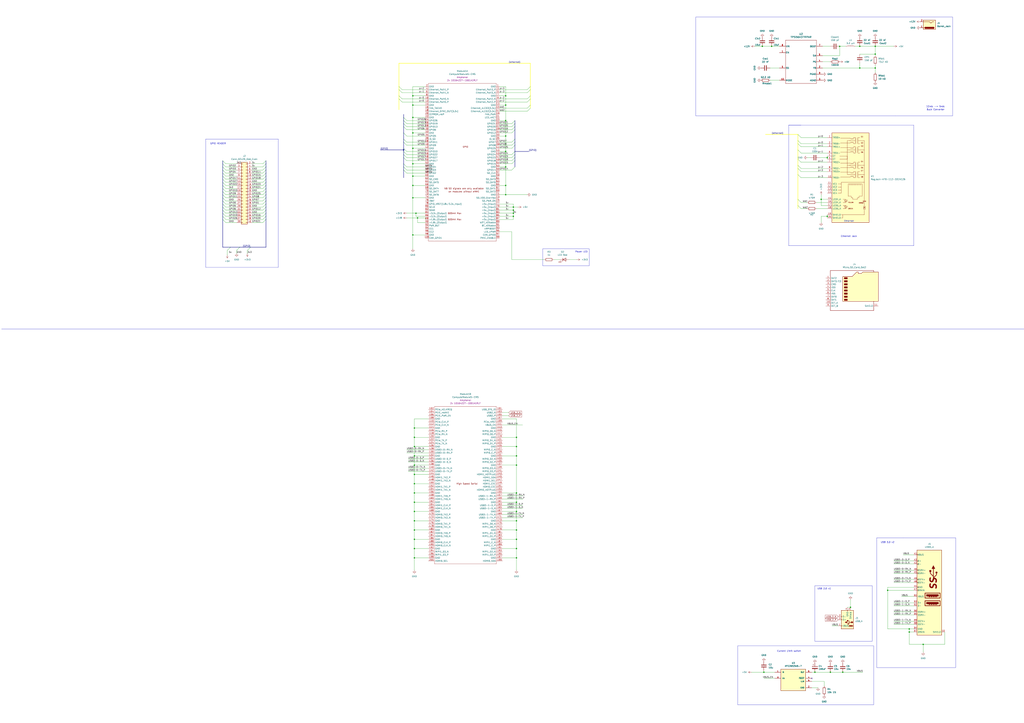
<source format=kicad_sch>
(kicad_sch (version 20250114) (generator "eeschema") (generator_version "9.0")
  (paper "A1")
  (bus_alias "5v" (members "5v" "GND"))
  (bus_alias "GPIO" (members "3v3" "GND" "5v" "GPIO[0..27]"))
  (bus_alias "ethernet" (members "p+[0..3]" "p-[0..3]" "led1" "led2"))
  (text "Ethernet" (at 697.23 181.864 0) (effects (font (size 1.27 1.27))))
  (text "12vdc -> 5vdc" (at 768.35 87.63 0) (effects (font (size 1.27 1.27))))
  (text "Current Limit switch" (at 657.86 535.94 0) (effects (font (size 1.27 1.27)) (justify right bottom)))
  (text "Power LED" (at 477.52 207.01 0) (effects (font (size 1.27 1.27))))
  (text "USB 2.0 x1\n" (at 676.91 483.87 0) (effects (font (size 1.27 1.27))))
  (text "Ethernet Jack" (at 697.23 194.31 0) (effects (font (size 1.27 1.27))))
  (text "Buck Converter\n" (at 768.35 90.17 0) (effects (font (size 1.27 1.27))))
  (text "GPIO HEADER" (at 179.07 118.11 0) (effects (font (size 1.27 1.27))))
  (text "USB 3.0 x2\n" (at 728.98 445.77 0) (effects (font (size 1.27 1.27))))
  (junction (at 415.29 124.46))
  (junction (at 340.36 412.75))
  (junction (at 421.64 175.26))
  (junction (at 698.5 499.11))
  (junction (at 424.18 367.03))
  (junction (at 674.37 163.83))
  (junction (at 706.12 38.1))
  (junction (at 424.18 443.23))
  (junction (at 340.36 443.23))
  (junction (at 340.36 458.47))
  (junction (at 424.18 405.13))
  (junction (at 340.36 359.41))
  (junction (at 728.98 485.14))
  (junction (at 718.82 55.88))
  (junction (at 669.29 552.45))
  (junction (at 339.09 152.4))
  (junction (at 758.19 529.59))
  (junction (at 421.64 177.8))
  (junction (at 340.36 420.37))
  (junction (at 415.29 160.02))
  (junction (at 706.12 55.88))
  (junction (at 424.18 359.41))
  (junction (at 421.64 172.72))
  (junction (at 627.38 552.45))
  (junction (at 415.29 111.76))
  (junction (at 679.45 129.54))
  (junction (at 339.09 193.04))
  (junction (at 331.47 123.19))
  (junction (at 679.45 177.8))
  (junction (at 339.09 144.78))
  (junction (at 340.36 435.61))
  (junction (at 746.76 519.43))
  (junction (at 340.36 351.79))
  (junction (at 718.82 38.1))
  (junction (at 633.73 38.1))
  (junction (at 340.36 374.65))
  (junction (at 415.29 152.4))
  (junction (at 415.29 99.06))
  (junction (at 339.09 162.56))
  (junction (at 415.29 137.16))
  (junction (at 340.36 450.85))
  (junction (at 424.18 374.65))
  (junction (at 718.82 44.45))
  (junction (at 626.11 38.1))
  (junction (at 424.18 458.47))
  (junction (at 421.64 170.18))
  (junction (at 340.36 382.27))
  (junction (at 340.36 397.51))
  (junction (at 340.36 427.99))
  (junction (at 339.09 109.22))
  (junction (at 424.18 420.37))
  (junction (at 424.18 427.99))
  (junction (at 689.61 38.1))
  (junction (at 424.18 435.61))
  (junction (at 340.36 389.89))
  (junction (at 339.09 78.74))
  (junction (at 339.09 86.36))
  (junction (at 340.36 405.13))
  (junction (at 339.09 134.62))
  (junction (at 340.36 367.03))
  (junction (at 424.18 450.85))
  (junction (at 339.09 96.52))
  (junction (at 341.63 175.26))
  (junction (at 424.18 382.27))
  (junction (at 415.29 78.74))
  (junction (at 692.15 552.45))
  (junction (at 681.99 552.45))
  (junction (at 746.76 516.89))
  (junction (at 424.18 412.75))
  (junction (at 342.9 179.07))
  (junction (at 415.29 86.36))
  (junction (at 339.09 121.92))
  (no_connect (at 666.75 557.53))
  (bus_entry (at 435.61 88.9) (size -2.54 2.54))
  (bus_entry (at 422.91 127) (size -2.54 2.54))
  (bus_entry (at 422.91 119.38) (size -2.54 2.54))
  (bus_entry (at 218.44 180.34) (size -2.54 2.54))
  (bus_entry (at 435.61 71.12) (size -2.54 2.54))
  (bus_entry (at 655.32 163.83) (size 2.54 2.54))
  (bus_entry (at 331.47 139.7) (size 2.54 2.54))
  (bus_entry (at 655.32 118.11) (size 2.54 2.54))
  (bus_entry (at 655.32 135.89) (size 2.54 2.54))
  (bus_entry (at 218.44 137.16) (size -2.54 2.54))
  (bus_entry (at 422.91 132.08) (size -2.54 2.54))
  (bus_entry (at 182.88 147.32) (size 2.54 2.54))
  (bus_entry (at 182.88 180.34) (size 2.54 2.54))
  (bus_entry (at 182.88 152.4) (size 2.54 2.54))
  (bus_entry (at 655.32 130.81) (size 2.54 2.54))
  (bus_entry (at 218.44 154.94) (size -2.54 2.54))
  (bus_entry (at 218.44 147.32) (size -2.54 2.54))
  (bus_entry (at 422.91 124.46) (size -2.54 2.54))
  (bus_entry (at 435.61 73.66) (size -2.54 2.54))
  (bus_entry (at 422.91 101.6) (size -2.54 2.54))
  (bus_entry (at 331.47 137.16) (size 2.54 2.54))
  (bus_entry (at 205.74 203.2) (size -2.54 2.54))
  (bus_entry (at 327.66 81.28) (size 2.54 2.54))
  (bus_entry (at 331.47 99.06) (size 2.54 2.54))
  (bus_entry (at 422.91 106.68) (size -2.54 2.54))
  (bus_entry (at 218.44 170.18) (size -2.54 2.54))
  (bus_entry (at 196.85 203.2) (size -2.54 2.54))
  (bus_entry (at 655.32 110.49) (size 2.54 2.54))
  (bus_entry (at 331.47 121.92) (size 2.54 2.54))
  (bus_entry (at 182.88 160.02) (size 2.54 2.54))
  (bus_entry (at 182.88 177.8) (size 2.54 2.54))
  (bus_entry (at 331.47 114.3) (size 2.54 2.54))
  (bus_entry (at 327.66 78.74) (size 2.54 2.54))
  (bus_entry (at 182.88 149.86) (size 2.54 2.54))
  (bus_entry (at 435.61 81.28) (size -2.54 2.54))
  (bus_entry (at 218.44 134.62) (size -2.54 2.54))
  (bus_entry (at 327.66 71.12) (size 2.54 2.54))
  (bus_entry (at 331.47 109.22) (size 2.54 2.54))
  (bus_entry (at 218.44 142.24) (size -2.54 2.54))
  (bus_entry (at 422.91 104.14) (size -2.54 2.54))
  (bus_entry (at 182.88 144.78) (size 2.54 2.54))
  (bus_entry (at 422.91 116.84) (size -2.54 2.54))
  (bus_entry (at 218.44 139.7) (size -2.54 2.54))
  (bus_entry (at 655.32 123.19) (size 2.54 2.54))
  (bus_entry (at 182.88 137.16) (size 2.54 2.54))
  (bus_entry (at 655.32 168.91) (size 2.54 2.54))
  (bus_entry (at 218.44 165.1) (size -2.54 2.54))
  (bus_entry (at 189.23 203.2) (size -2.54 2.54))
  (bus_entry (at 218.44 172.72) (size -2.54 2.54))
  (bus_entry (at 435.61 78.74) (size -2.54 2.54))
  (bus_entry (at 218.44 162.56) (size -2.54 2.54))
  (bus_entry (at 182.88 172.72) (size 2.54 2.54))
  (bus_entry (at 182.88 170.18) (size 2.54 2.54))
  (bus_entry (at 218.44 167.64) (size -2.54 2.54))
  (bus_entry (at 655.32 143.51) (size 2.54 2.54))
  (bus_entry (at 331.47 134.62) (size 2.54 2.54))
  (bus_entry (at 218.44 132.08) (size -2.54 2.54))
  (bus_entry (at 331.47 129.54) (size 2.54 2.54))
  (bus_entry (at 331.47 127) (size 2.54 2.54))
  (bus_entry (at 422.91 114.3) (size -2.54 2.54))
  (bus_entry (at 331.47 124.46) (size 2.54 2.54))
  (bus_entry (at 182.88 134.62) (size 2.54 2.54))
  (bus_entry (at 182.88 154.94) (size 2.54 2.54))
  (bus_entry (at 422.91 137.16) (size -2.54 2.54))
  (bus_entry (at 218.44 152.4) (size -2.54 2.54))
  (bus_entry (at 218.44 177.8) (size -2.54 2.54))
  (bus_entry (at 331.47 96.52) (size 2.54 2.54))
  (bus_entry (at 655.32 138.43) (size 2.54 2.54))
  (bus_entry (at 218.44 175.26) (size -2.54 2.54))
  (bus_entry (at 218.44 149.86) (size -2.54 2.54))
  (bus_entry (at 182.88 175.26) (size 2.54 2.54))
  (bus_entry (at 435.61 86.36) (size -2.54 2.54))
  (bus_entry (at 182.88 165.1) (size 2.54 2.54))
  (bus_entry (at 182.88 167.64) (size 2.54 2.54))
  (bus_entry (at 331.47 116.84) (size 2.54 2.54))
  (bus_entry (at 422.91 99.06) (size -2.54 2.54))
  (bus_entry (at 182.88 139.7) (size 2.54 2.54))
  (bus_entry (at 655.32 115.57) (size 2.54 2.54))
  (bus_entry (at 182.88 157.48) (size 2.54 2.54))
  (bus_entry (at 218.44 144.78) (size -2.54 2.54))
  (bus_entry (at 182.88 142.24) (size 2.54 2.54))
  (bus_entry (at 327.66 73.66) (size 2.54 2.54))
  (bus_entry (at 331.47 101.6) (size 2.54 2.54))
  (bus_entry (at 331.47 104.14) (size 2.54 2.54))
  (bus_entry (at 218.44 160.02) (size -2.54 2.54))
  (bus_entry (at 182.88 162.56) (size 2.54 2.54))
  (bus_entry (at 218.44 157.48) (size -2.54 2.54))
  (bus_entry (at 182.88 132.08) (size 2.54 2.54))
  (bus_entry (at 422.91 129.54) (size -2.54 2.54))
  (wire (pts (xy 340.36 458.47) (xy 340.36 468.63)))
  (wire (pts (xy 339.09 71.12) (xy 349.25 71.12)))
  (wire (pts (xy 412.75 427.99) (xy 424.18 427.99)))
  (wire (pts (xy 339.09 71.12) (xy 339.09 78.74)))
  (wire (pts (xy 632.46 55.88) (xy 640.08 55.88)))
  (wire (pts (xy 207.01 154.94) (xy 215.9 154.94)))
  (wire (pts (xy 746.76 519.43) (xy 750.57 519.43)))
  (wire (pts (xy 410.21 73.66) (xy 433.07 73.66)))
  (wire (pts (xy 424.18 420.37) (xy 424.18 427.99)))
  (wire (pts (xy 339.09 193.04) (xy 349.25 193.04)))
  (bus (pts (xy 182.88 165.1) (xy 182.88 167.64)))
  (wire (pts (xy 775.97 529.59) (xy 758.19 529.59)))
  (wire (pts (xy 340.36 367.03) (xy 351.79 367.03)))
  (wire (pts (xy 185.42 157.48) (xy 194.31 157.48)))
  (wire (pts (xy 706.12 52.07) (xy 706.12 55.88)))
  (wire (pts (xy 728.98 485.14) (xy 728.98 516.89)))
  (wire (pts (xy 339.09 144.78) (xy 349.25 144.78)))
  (wire (pts (xy 340.36 435.61) (xy 351.79 435.61)))
  (wire (pts (xy 340.36 405.13) (xy 340.36 412.75)))
  (wire (pts (xy 185.42 134.62) (xy 194.31 134.62)))
  (wire (pts (xy 207.01 142.24) (xy 215.9 142.24)))
  (wire (pts (xy 410.21 124.46) (xy 415.29 124.46)))
  (wire (pts (xy 424.18 359.41) (xy 424.18 367.03)))
  (wire (pts (xy 674.37 163.83) (xy 674.37 168.91)))
  (wire (pts (xy 410.21 172.72) (xy 421.64 172.72)))
  (bus (pts (xy 218.44 162.56) (xy 218.44 165.1)))
  (wire (pts (xy 340.36 351.79) (xy 340.36 359.41)))
  (bus (pts (xy 655.32 135.89) (xy 655.32 138.43)) (stroke (width 0) (color 255 255 0 1)))
  (wire (pts (xy 410.21 177.8) (xy 421.64 177.8)))
  (wire (pts (xy 424.18 382.27) (xy 424.18 405.13)))
  (bus (pts (xy 189.23 203.2) (xy 182.88 203.2)))
  (wire (pts (xy 207.01 157.48) (xy 215.9 157.48)))
  (wire (pts (xy 207.01 172.72) (xy 215.9 172.72)))
  (wire (pts (xy 657.86 140.97) (xy 679.45 140.97)))
  (bus (pts (xy 331.47 109.22) (xy 331.47 114.3)))
  (wire (pts (xy 207.01 167.64) (xy 215.9 167.64)))
  (wire (pts (xy 415.29 86.36) (xy 415.29 99.06)))
  (wire (pts (xy 410.21 111.76) (xy 415.29 111.76)))
  (bus (pts (xy 655.32 123.19) (xy 655.32 130.81)) (stroke (width 0) (color 255 255 0 1)))
  (wire (pts (xy 695.96 499.11) (xy 698.5 499.11)))
  (wire (pts (xy 207.01 144.78) (xy 215.9 144.78)))
  (wire (pts (xy 334.01 101.6) (xy 349.25 101.6)))
  (bus (pts (xy 182.88 170.18) (xy 182.88 172.72)))
  (wire (pts (xy 734.06 461.01) (xy 750.57 461.01)))
  (wire (pts (xy 340.36 412.75) (xy 340.36 420.37)))
  (wire (pts (xy 679.45 163.83) (xy 674.37 163.83)))
  (wire (pts (xy 339.09 152.4) (xy 349.25 152.4)))
  (wire (pts (xy 207.01 165.1) (xy 215.9 165.1)))
  (wire (pts (xy 340.36 344.17) (xy 351.79 344.17)))
  (bus (pts (xy 218.44 152.4) (xy 218.44 154.94)))
  (wire (pts (xy 412.75 422.91) (xy 429.26 422.91)))
  (bus (pts (xy 218.44 154.94) (xy 218.44 157.48)))
  (polyline (pts (xy 741.68 441.96) (xy 784.86 441.96)))
  (wire (pts (xy 207.01 147.32) (xy 215.9 147.32)))
  (wire (pts (xy 718.82 38.1) (xy 734.06 38.1)))
  (wire (pts (xy 339.09 96.52) (xy 339.09 109.22)))
  (wire (pts (xy 185.42 152.4) (xy 194.31 152.4)))
  (bus (pts (xy 435.61 52.07) (xy 327.66 52.07)) (stroke (width 0) (color 255 255 0 1)))
  (bus (pts (xy 182.88 152.4) (xy 182.88 154.94)))
  (wire (pts (xy 421.64 175.26) (xy 410.21 175.26)))
  (wire (pts (xy 706.12 44.45) (xy 718.82 44.45)))
  (wire (pts (xy 734.06 510.54) (xy 750.57 510.54)))
  (polyline (pts (xy 228.6 219.71) (xy 228.6 114.3)))
  (polyline (pts (xy 782.32 95.25) (xy 782.32 13.97)))
  (bus (pts (xy 218.44 165.1) (xy 218.44 167.64)))
  (wire (pts (xy 410.21 104.14) (xy 420.37 104.14)))
  (wire (pts (xy 341.63 175.26) (xy 349.25 175.26)))
  (bus (pts (xy 218.44 175.26) (xy 218.44 177.8)))
  (wire (pts (xy 339.09 121.92) (xy 339.09 134.62)))
  (polyline (pts (xy 717.55 579.12) (xy 605.79 579.12)))
  (wire (pts (xy 746.76 516.89) (xy 750.57 516.89)))
  (wire (pts (xy 185.42 170.18) (xy 194.31 170.18)))
  (bus (pts (xy 331.47 104.14) (xy 331.47 109.22)))
  (bus (pts (xy 182.88 160.02) (xy 182.88 162.56)))
  (bus (pts (xy 422.91 106.68) (xy 422.91 114.3)))
  (bus (pts (xy 218.44 147.32) (xy 218.44 149.86)))
  (wire (pts (xy 669.29 552.45) (xy 681.99 552.45)))
  (wire (pts (xy 410.21 170.18) (xy 421.64 170.18)))
  (wire (pts (xy 334.01 119.38) (xy 349.25 119.38)))
  (bus (pts (xy 331.47 93.98) (xy 331.47 96.52)))
  (bus (pts (xy 422.91 104.14) (xy 422.91 106.68)))
  (polyline (pts (xy 669.29 527.05) (xy 716.28 527.05)))
  (bus (pts (xy 331.47 139.7) (xy 331.47 146.05)))
  (bus (pts (xy 218.44 167.64) (xy 218.44 170.18)))
  (wire (pts (xy 410.21 86.36) (xy 415.29 86.36)))
  (polyline (pts (xy 483.87 204.47) (xy 483.87 218.44)))
  (wire (pts (xy 412.75 341.63) (xy 417.83 341.63)))
  (wire (pts (xy 185.42 160.02) (xy 194.31 160.02)))
  (polyline (pts (xy 735.33 95.25) (xy 782.32 95.25)))
  (wire (pts (xy 410.21 134.62) (xy 420.37 134.62)))
  (wire (pts (xy 679.45 177.8) (xy 679.45 179.07)))
  (wire (pts (xy 734.06 497.84) (xy 750.57 497.84)))
  (wire (pts (xy 340.36 359.41) (xy 340.36 367.03)))
  (wire (pts (xy 410.21 116.84) (xy 420.37 116.84)))
  (wire (pts (xy 334.01 104.14) (xy 349.25 104.14)))
  (wire (pts (xy 410.21 119.38) (xy 420.37 119.38)))
  (wire (pts (xy 718.82 55.88) (xy 706.12 55.88)))
  (bus (pts (xy 422.91 124.46) (xy 434.34 124.46)))
  (bus (pts (xy 655.32 110.49) (xy 628.65 110.49)) (stroke (width 0) (color 255 255 0 1)))
  (bus (pts (xy 331.47 101.6) (xy 331.47 104.14)))
  (wire (pts (xy 676.91 560.07) (xy 676.91 563.88)))
  (wire (pts (xy 734.06 463.55) (xy 750.57 463.55)))
  (wire (pts (xy 340.36 427.99) (xy 351.79 427.99)))
  (polyline (pts (xy 647.7 102.87) (xy 657.86 102.87)))
  (wire (pts (xy 334.01 99.06) (xy 349.25 99.06)))
  (wire (pts (xy 340.36 420.37) (xy 351.79 420.37)))
  (wire (pts (xy 410.21 88.9) (xy 433.07 88.9)))
  (wire (pts (xy 675.64 45.72) (xy 689.61 45.72)))
  (wire (pts (xy 706.12 38.1) (xy 718.82 38.1)))
  (wire (pts (xy 340.36 367.03) (xy 340.36 374.65)))
  (wire (pts (xy 674.37 168.91) (xy 679.45 168.91)))
  (wire (pts (xy 340.36 443.23) (xy 340.36 450.85)))
  (bus (pts (xy 327.66 52.07) (xy 327.66 71.12)) (stroke (width 0) (color 255 255 0 1)))
  (wire (pts (xy 339.09 121.92) (xy 349.25 121.92)))
  (wire (pts (xy 627.38 552.45) (xy 627.38 551.18)))
  (bus (pts (xy 182.88 172.72) (xy 182.88 175.26)))
  (wire (pts (xy 421.64 177.8) (xy 421.64 180.34)))
  (wire (pts (xy 410.21 83.82) (xy 433.07 83.82)))
  (polyline (pts (xy 784.86 548.64) (xy 720.09 548.64)))
  (polyline (pts (xy 720.09 548.64) (xy 720.09 444.5)))
  (wire (pts (xy 424.18 367.03) (xy 424.18 374.65)))
  (polyline (pts (xy 605.79 579.12) (xy 605.79 530.86)))
  (wire (pts (xy 185.42 182.88) (xy 194.31 182.88)))
  (wire (pts (xy 633.73 38.1) (xy 640.08 38.1)))
  (bus (pts (xy 218.44 157.48) (xy 218.44 160.02)))
  (wire (pts (xy 728.98 516.89) (xy 746.76 516.89)))
  (bus (pts (xy 655.32 163.83) (xy 655.32 168.91)) (stroke (width 0) (color 255 255 0 1)))
  (wire (pts (xy 334.01 111.76) (xy 349.25 111.76)))
  (wire (pts (xy 185.42 142.24) (xy 194.31 142.24)))
  (wire (pts (xy 675.64 38.1) (xy 681.99 38.1)))
  (wire (pts (xy 339.09 152.4) (xy 339.09 162.56)))
  (bus (pts (xy 182.88 157.48) (xy 182.88 160.02)))
  (wire (pts (xy 340.36 382.27) (xy 340.36 389.89)))
  (bus (pts (xy 218.44 170.18) (xy 218.44 172.72)))
  (wire (pts (xy 207.01 137.16) (xy 215.9 137.16)))
  (bus (pts (xy 218.44 137.16) (xy 218.44 139.7)))
  (wire (pts (xy 421.64 175.26) (xy 421.64 177.8)))
  (bus (pts (xy 182.88 149.86) (xy 182.88 152.4)))
  (bus (pts (xy 218.44 132.08) (xy 218.44 134.62)))
  (wire (pts (xy 619.76 38.1) (xy 626.11 38.1)))
  (wire (pts (xy 339.09 78.74) (xy 339.09 86.36)))
  (bus (pts (xy 182.88 142.24) (xy 182.88 144.78)))
  (wire (pts (xy 424.18 458.47) (xy 424.18 468.63)))
  (wire (pts (xy 412.75 412.75) (xy 424.18 412.75)))
  (wire (pts (xy 410.21 121.92) (xy 420.37 121.92)))
  (wire (pts (xy 740.41 490.22) (xy 750.57 490.22)))
  (wire (pts (xy 657.86 166.37) (xy 662.94 166.37)))
  (bus (pts (xy 422.91 124.46) (xy 422.91 127)))
  (wire (pts (xy 728.98 482.6) (xy 728.98 485.14)))
  (wire (pts (xy 424.18 443.23) (xy 424.18 450.85)))
  (wire (pts (xy 207.01 170.18) (xy 215.9 170.18)))
  (wire (pts (xy 424.18 427.99) (xy 424.18 435.61)))
  (wire (pts (xy 339.09 162.56) (xy 349.25 162.56)))
  (wire (pts (xy 412.75 359.41) (xy 424.18 359.41)))
  (wire (pts (xy 185.42 180.34) (xy 194.31 180.34)))
  (wire (pts (xy 758.19 535.94) (xy 758.19 529.59)))
  (wire (pts (xy 674.37 160.02) (xy 674.37 163.83)))
  (wire (pts (xy 339.09 96.52) (xy 349.25 96.52)))
  (wire (pts (xy 334.01 129.54) (xy 349.25 129.54)))
  (polyline (pts (xy 571.5 13.97) (xy 571.5 95.25)))
  (bus (pts (xy 182.88 147.32) (xy 182.88 149.86)))
  (wire (pts (xy 410.21 71.12) (xy 415.29 71.12)))
  (wire (pts (xy 412.75 415.29) (xy 429.26 415.29)))
  (polyline (pts (xy 647.7 102.87) (xy 750.57 102.87)))
  (wire (pts (xy 666.75 552.45) (xy 669.29 552.45)))
  (wire (pts (xy 617.22 552.45) (xy 627.38 552.45)))
  (bus (pts (xy 331.47 99.06) (xy 331.47 101.6)))
  (bus (pts (xy 435.61 81.28) (xy 435.61 78.74)) (stroke (width 0) (color 255 255 0 1)))
  (wire (pts (xy 410.21 91.44) (xy 433.07 91.44)))
  (bus (pts (xy 331.47 114.3) (xy 331.47 116.84)))
  (bus (pts (xy 331.47 134.62) (xy 331.47 137.16)))
  (wire (pts (xy 412.75 417.83) (xy 429.26 417.83)))
  (polyline (pts (xy 483.87 218.44) (xy 445.77 218.44)))
  (wire (pts (xy 415.29 124.46) (xy 415.29 137.16)))
  (wire (pts (xy 185.42 147.32) (xy 194.31 147.32)))
  (wire (pts (xy 185.42 139.7) (xy 194.31 139.7)))
  (wire (pts (xy 340.36 435.61) (xy 340.36 443.23)))
  (wire (pts (xy 339.09 134.62) (xy 339.09 144.78)))
  (wire (pts (xy 410.21 152.4) (xy 415.29 152.4)))
  (wire (pts (xy 420.37 127) (xy 410.21 127)))
  (polyline (pts (xy 168.91 114.3) (xy 168.91 219.71)))
  (wire (pts (xy 734.06 468.63) (xy 750.57 468.63)))
  (wire (pts (xy 657.86 138.43) (xy 679.45 138.43)))
  (wire (pts (xy 330.2 73.66) (xy 349.25 73.66)))
  (wire (pts (xy 185.42 167.64) (xy 194.31 167.64)))
  (wire (pts (xy 185.42 149.86) (xy 194.31 149.86)))
  (wire (pts (xy 734.06 502.92) (xy 750.57 502.92)))
  (wire (pts (xy 679.45 177.8) (xy 674.37 177.8)))
  (wire (pts (xy 340.36 359.41) (xy 351.79 359.41)))
  (wire (pts (xy 627.38 557.53) (xy 636.27 557.53)))
  (wire (pts (xy 185.42 175.26) (xy 194.31 175.26)))
  (wire (pts (xy 349.25 177.8) (xy 341.63 177.8)))
  (wire (pts (xy 410.21 167.64) (xy 421.64 167.64)))
  (wire (pts (xy 412.75 450.85) (xy 424.18 450.85)))
  (wire (pts (xy 412.75 420.37) (xy 424.18 420.37)))
  (polyline (pts (xy 784.86 441.96) (xy 784.86 548.64)))
  (bus (pts (xy 182.88 132.08) (xy 182.88 134.62)))
  (wire (pts (xy 410.21 180.34) (xy 421.64 180.34)))
  (bus (pts (xy 435.61 78.74) (xy 435.61 73.66)) (stroke (width 0) (color 255 255 0 1)))
  (wire (pts (xy 679.45 176.53) (xy 679.45 177.8)))
  (wire (pts (xy 424.18 450.85) (xy 424.18 458.47)))
  (bus (pts (xy 422.91 119.38) (xy 422.91 124.46)))
  (bus (pts (xy 422.91 129.54) (xy 422.91 132.08)))
  (wire (pts (xy 421.64 170.18) (xy 421.64 172.72)))
  (wire (pts (xy 657.86 113.03) (xy 679.45 113.03)))
  (bus (pts (xy 422.91 132.08) (xy 422.91 137.16)))
  (wire (pts (xy 415.29 78.74) (xy 415.29 86.36)))
  (wire (pts (xy 681.99 552.45) (xy 692.15 552.45)))
  (wire (pts (xy 636.27 552.45) (xy 627.38 552.45)))
  (bus (pts (xy 331.47 123.19) (xy 331.47 124.46)))
  (wire (pts (xy 207.01 149.86) (xy 215.9 149.86)))
  (wire (pts (xy 334.01 132.08) (xy 349.25 132.08)))
  (bus (pts (xy 182.88 134.62) (xy 182.88 137.16)))
  (wire (pts (xy 746.76 519.43) (xy 746.76 529.59)))
  (wire (pts (xy 702.31 38.1) (xy 706.12 38.1)))
  (wire (pts (xy 410.21 160.02) (xy 415.29 160.02)))
  (wire (pts (xy 415.29 99.06) (xy 410.21 99.06)))
  (bus (pts (xy 218.44 149.86) (xy 218.44 152.4)))
  (bus (pts (xy 435.61 73.66) (xy 435.61 71.12)) (stroke (width 0) (color 255 255 0 1)))
  (wire (pts (xy 657.86 118.11) (xy 679.45 118.11)))
  (polyline (pts (xy 1.27 270.51) (xy 842.01 270.51)))
  (bus (pts (xy 331.47 96.52) (xy 331.47 99.06)))
  (wire (pts (xy 424.18 374.65) (xy 424.18 382.27)))
  (wire (pts (xy 410.21 101.6) (xy 420.37 101.6)))
  (wire (pts (xy 334.01 139.7) (xy 349.25 139.7)))
  (bus (pts (xy 218.44 203.2) (xy 205.74 203.2)))
  (wire (pts (xy 632.46 66.04) (xy 640.08 66.04)))
  (wire (pts (xy 330.2 81.28) (xy 349.25 81.28)))
  (wire (pts (xy 734.06 495.3) (xy 750.57 495.3)))
  (wire (pts (xy 334.01 116.84) (xy 349.25 116.84)))
  (wire (pts (xy 728.98 485.14) (xy 750.57 485.14)))
  (wire (pts (xy 207.01 162.56) (xy 215.9 162.56)))
  (bus (pts (xy 182.88 139.7) (xy 182.88 142.24)))
  (wire (pts (xy 689.61 38.1) (xy 694.69 38.1)))
  (bus (pts (xy 655.32 130.81) (xy 655.32 135.89)) (stroke (width 0) (color 255 255 0 1)))
  (wire (pts (xy 666.75 560.07) (xy 676.91 560.07)))
  (wire (pts (xy 185.42 165.1) (xy 194.31 165.1)))
  (wire (pts (xy 185.42 177.8) (xy 194.31 177.8)))
  (wire (pts (xy 673.1 129.54) (xy 679.45 129.54)))
  (polyline (pts (xy 717.55 530.86) (xy 717.55 579.12)))
  (wire (pts (xy 421.64 170.18) (xy 425.45 170.18)))
  (wire (pts (xy 415.29 152.4) (xy 415.29 160.02)))
  (bus (pts (xy 196.85 203.2) (xy 189.23 203.2)))
  (wire (pts (xy 775.97 519.43) (xy 775.97 529.59)))
  (wire (pts (xy 334.01 124.46) (xy 349.25 124.46)))
  (wire (pts (xy 410.21 137.16) (xy 415.29 137.16)))
  (wire (pts (xy 683.26 514.35) (xy 688.34 514.35)))
  (wire (pts (xy 412.75 435.61) (xy 424.18 435.61)))
  (polyline (pts (xy 445.77 204.47) (xy 445.77 218.44)))
  (wire (pts (xy 185.42 137.16) (xy 194.31 137.16)))
  (wire (pts (xy 339.09 193.04) (xy 339.09 204.47)))
  (polyline (pts (xy 168.91 219.71) (xy 228.6 219.71)))
  (wire (pts (xy 657.86 171.45) (xy 662.94 171.45)))
  (bus (pts (xy 218.44 160.02) (xy 218.44 162.56)))
  (polyline (pts (xy 605.79 530.86) (xy 717.55 530.86)))
  (wire (pts (xy 708.66 552.45) (xy 692.15 552.45)))
  (wire (pts (xy 185.42 172.72) (xy 194.31 172.72)))
  (wire (pts (xy 207.01 139.7) (xy 215.9 139.7)))
  (bus (pts (xy 422.91 116.84) (xy 422.91 119.38)))
  (wire (pts (xy 412.75 374.65) (xy 424.18 374.65)))
  (polyline (pts (xy 571.5 95.25) (xy 735.33 95.25)))
  (wire (pts (xy 342.9 182.88) (xy 342.9 179.07)))
  (wire (pts (xy 339.09 78.74) (xy 349.25 78.74)))
  (wire (pts (xy 335.28 379.73) (xy 351.79 379.73)))
  (wire (pts (xy 671.83 565.15) (xy 666.75 565.15)))
  (wire (pts (xy 706.12 55.88) (xy 675.64 55.88)))
  (wire (pts (xy 415.29 111.76) (xy 415.29 124.46)))
  (wire (pts (xy 340.36 389.89) (xy 351.79 389.89)))
  (wire (pts (xy 410.21 76.2) (xy 433.07 76.2)))
  (wire (pts (xy 410.21 106.68) (xy 420.37 106.68)))
  (wire (pts (xy 207.01 182.88) (xy 215.9 182.88)))
  (bus (pts (xy 218.44 139.7) (xy 218.44 142.24)))
  (polyline (pts (xy 647.7 201.93) (xy 647.7 102.87)))
  (wire (pts (xy 334.01 175.26) (xy 341.63 175.26)))
  (polyline (pts (xy 669.29 481.33) (xy 669.29 527.05)))
  (bus (pts (xy 327.66 78.74) (xy 327.66 81.28)) (stroke (width 0) (color 255 255 0 1)))
  (wire (pts (xy 679.45 129.54) (xy 679.45 130.81)))
  (wire (pts (xy 340.36 382.27) (xy 351.79 382.27)))
  (wire (pts (xy 330.2 76.2) (xy 349.25 76.2)))
  (wire (pts (xy 339.09 144.78) (xy 339.09 152.4)))
  (polyline (pts (xy 669.29 481.33) (xy 716.28 481.33)))
  (bus (pts (xy 655.32 118.11) (xy 655.32 123.19)) (stroke (width 0) (color 255 255 0 1)))
  (wire (pts (xy 657.86 133.35) (xy 679.45 133.35)))
  (wire (pts (xy 203.2 205.74) (xy 203.2 208.28)))
  (polyline (pts (xy 750.57 102.87) (xy 750.57 201.93)))
  (wire (pts (xy 421.64 172.72) (xy 421.64 175.26)))
  (wire (pts (xy 746.76 516.89) (xy 746.76 519.43)))
  (bus (pts (xy 435.61 88.9) (xy 435.61 86.36)) (stroke (width 0) (color 255 255 0 1)))
  (bus (pts (xy 182.88 175.26) (xy 182.88 177.8)))
  (bus (pts (xy 422.91 114.3) (xy 422.91 116.84)))
  (wire (pts (xy 185.42 144.78) (xy 194.31 144.78)))
  (wire (pts (xy 342.9 179.07) (xy 349.25 179.07)))
  (wire (pts (xy 185.42 162.56) (xy 194.31 162.56)))
  (wire (pts (xy 420.37 213.36) (xy 447.04 213.36)))
  (wire (pts (xy 675.64 50.8) (xy 681.99 50.8)))
  (wire (pts (xy 415.29 71.12) (xy 415.29 78.74)))
  (wire (pts (xy 340.36 374.65) (xy 351.79 374.65)))
  (wire (pts (xy 412.75 405.13) (xy 424.18 405.13)))
  (bus (pts (xy 422.91 101.6) (xy 422.91 104.14)))
  (wire (pts (xy 341.63 177.8) (xy 341.63 175.26)))
  (wire (pts (xy 718.82 38.1) (xy 718.82 44.45)))
  (wire (pts (xy 415.29 160.02) (xy 433.07 160.02)))
  (polyline (pts (xy 720.09 441.96) (xy 720.09 444.5)))
  (wire (pts (xy 330.2 83.82) (xy 349.25 83.82)))
  (wire (pts (xy 758.19 529.59) (xy 746.76 529.59)))
  (wire (pts (xy 340.36 450.85) (xy 351.79 450.85)))
  (wire (pts (xy 412.75 458.47) (xy 424.18 458.47)))
  (wire (pts (xy 349.25 179.07) (xy 349.25 180.34)))
  (wire (pts (xy 410.21 132.08) (xy 420.37 132.08)))
  (bus (pts (xy 655.32 143.51) (xy 655.32 163.83)) (stroke (width 0) (color 255 255 0 1)))
  (wire (pts (xy 340.36 344.17) (xy 340.36 351.79)))
  (polyline (pts (xy 716.28 527.05) (xy 716.28 481.33)))
  (wire (pts (xy 340.36 351.79) (xy 351.79 351.79)))
  (bus (pts (xy 655.32 115.57) (xy 655.32 118.11)) (stroke (width 0) (color 255 255 0 1)))
  (wire (pts (xy 689.61 38.1) (xy 689.61 45.72)))
  (wire (pts (xy 410.21 81.28) (xy 433.07 81.28)))
  (wire (pts (xy 718.82 59.69) (xy 718.82 55.88)))
  (wire (pts (xy 424.18 405.13) (xy 424.18 412.75)))
  (wire (pts (xy 412.75 344.17) (xy 424.18 344.17)))
  (wire (pts (xy 410.21 139.7) (xy 420.37 139.7)))
  (wire (pts (xy 339.09 86.36) (xy 349.25 86.36)))
  (wire (pts (xy 334.01 142.24) (xy 349.25 142.24)))
  (wire (pts (xy 734.06 478.79) (xy 750.57 478.79)))
  (bus (pts (xy 655.32 110.49) (xy 655.32 115.57)) (stroke (width 0) (color 255 255 0 1)))
  (wire (pts (xy 674.37 177.8) (xy 674.37 182.88)))
  (wire (pts (xy 670.56 166.37) (xy 679.45 166.37)))
  (wire (pts (xy 424.18 344.17) (xy 424.18 359.41)))
  (bus (pts (xy 422.91 127) (xy 422.91 129.54)))
  (wire (pts (xy 415.29 137.16) (xy 415.29 152.4)))
  (bus (pts (xy 182.88 180.34) (xy 182.88 203.2)))
  (wire (pts (xy 340.36 397.51) (xy 351.79 397.51)))
  (wire (pts (xy 207.01 175.26) (xy 215.9 175.26)))
  (bus (pts (xy 312.42 123.19) (xy 331.47 123.19)))
  (wire (pts (xy 718.82 44.45) (xy 718.82 45.72)))
  (wire (pts (xy 186.69 205.74) (xy 186.69 209.55)))
  (wire (pts (xy 340.36 427.99) (xy 340.36 435.61)))
  (wire (pts (xy 340.36 405.13) (xy 351.79 405.13)))
  (wire (pts (xy 340.36 458.47) (xy 351.79 458.47)))
  (wire (pts (xy 207.01 180.34) (xy 215.9 180.34)))
  (wire (pts (xy 410.21 78.74) (xy 415.29 78.74)))
  (wire (pts (xy 334.01 137.16) (xy 349.25 137.16)))
  (wire (pts (xy 662.94 129.54) (xy 665.48 129.54)))
  (wire (pts (xy 467.36 213.36) (xy 473.71 213.36)))
  (wire (pts (xy 207.01 177.8) (xy 215.9 177.8)))
  (bus (pts (xy 218.44 172.72) (xy 218.44 175.26)))
  (wire (pts (xy 340.36 412.75) (xy 351.79 412.75)))
  (bus (pts (xy 182.88 144.78) (xy 182.88 147.32)))
  (bus (pts (xy 331.47 137.16) (xy 331.47 139.7)))
  (wire (pts (xy 334.01 179.07) (xy 342.9 179.07)))
  (wire (pts (xy 340.36 389.89) (xy 340.36 397.51)))
  (wire (pts (xy 339.09 109.22) (xy 349.25 109.22)))
  (bus (pts (xy 218.44 134.62) (xy 218.44 137.16)))
  (wire (pts (xy 734.06 505.46) (xy 750.57 505.46)))
  (wire (pts (xy 734.06 476.25) (xy 750.57 476.25)))
  (wire (pts (xy 335.28 384.81) (xy 351.79 384.81)))
  (bus (pts (xy 331.47 127) (xy 331.47 129.54)))
  (bus (pts (xy 182.88 154.94) (xy 182.88 157.48)))
  (bus (pts (xy 331.47 129.54) (xy 331.47 134.62)))
  (wire (pts (xy 670.56 171.45) (xy 679.45 171.45)))
  (wire (pts (xy 424.18 412.75) (xy 424.18 420.37)))
  (bus (pts (xy 182.88 162.56) (xy 182.88 165.1)))
  (wire (pts (xy 339.09 162.56) (xy 339.09 193.04)))
  (bus (pts (xy 218.44 142.24) (xy 218.44 144.78)))
  (wire (pts (xy 410.21 109.22) (xy 420.37 109.22)))
  (wire (pts (xy 741.68 455.93) (xy 750.57 455.93)))
  (wire (pts (xy 412.75 382.27) (xy 424.18 382.27)))
  (bus (pts (xy 182.88 167.64) (xy 182.88 170.18)))
  (wire (pts (xy 734.06 513.08) (xy 750.57 513.08)))
  (wire (pts (xy 340.36 420.37) (xy 340.36 427.99)))
  (wire (pts (xy 339.09 109.22) (xy 339.09 121.92)))
  (bus (pts (xy 327.66 73.66) (xy 327.66 78.74)) (stroke (width 0) (color 255 255 0 1)))
  (wire (pts (xy 454.66 213.36) (xy 459.74 213.36)))
  (bus (pts (xy 435.61 71.12) (xy 435.61 52.07)) (stroke (width 0) (color 255 255 0 1)))
  (polyline (pts (xy 750.57 201.93) (xy 647.7 201.93)))
  (wire (pts (xy 185.42 154.94) (xy 194.31 154.94)))
  (wire (pts (xy 207.01 134.62) (xy 215.9 134.62)))
  (bus (pts (xy 218.44 177.8) (xy 218.44 180.34)))
  (wire (pts (xy 626.11 38.1) (xy 633.73 38.1)))
  (polyline (pts (xy 168.91 114.3) (xy 228.6 114.3)))
  (bus (pts (xy 435.61 86.36) (xy 435.61 81.28)) (stroke (width 0) (color 255 255 0 1)))
  (wire (pts (xy 679.45 128.27) (xy 679.45 129.54)))
  (bus (pts (xy 218.44 144.78) (xy 218.44 147.32)))
  (wire (pts (xy 207.01 152.4) (xy 215.9 152.4)))
  (wire (pts (xy 657.86 120.65) (xy 679.45 120.65)))
  (polyline (pts (xy 720.09 441.96) (xy 741.68 441.96)))
  (wire (pts (xy 339.09 86.36) (xy 339.09 96.52)))
  (wire (pts (xy 421.64 167.64) (xy 421.64 170.18)))
  (wire (pts (xy 429.26 410.21) (xy 412.75 410.21)))
  (wire (pts (xy 734.06 471.17) (xy 750.57 471.17)))
  (wire (pts (xy 424.18 435.61) (xy 424.18 443.23)))
  (bus (pts (xy 331.47 116.84) (xy 331.47 121.92)))
  (wire (pts (xy 657.86 146.05) (xy 679.45 146.05)))
  (wire (pts (xy 415.29 99.06) (xy 415.29 111.76)))
  (wire (pts (xy 410.21 129.54) (xy 420.37 129.54)))
  (wire (pts (xy 728.98 482.6) (xy 750.57 482.6)))
  (wire (pts (xy 412.75 367.03) (xy 424.18 367.03)))
  (bus (pts (xy 331.47 121.92) (xy 331.47 123.19)))
  (wire (pts (xy 412.75 425.45) (xy 429.26 425.45)))
  (wire (pts (xy 340.36 397.51) (xy 340.36 405.13)))
  (wire (pts (xy 412.75 407.67) (xy 429.26 407.67)))
  (bus (pts (xy 182.88 137.16) (xy 182.88 139.7)))
  (wire (pts (xy 335.28 377.19) (xy 351.79 377.19)))
  (wire (pts (xy 412.75 443.23) (xy 424.18 443.23)))
  (wire (pts (xy 334.01 127) (xy 349.25 127)))
  (bus (pts (xy 205.74 203.2) (xy 196.85 203.2)))
  (bus (pts (xy 327.66 81.28) (xy 327.66 90.17)) (stroke (width 0) (color 255 255 0 1)))
  (wire (pts (xy 412.75 349.25) (xy 429.26 349.25)))
  (bus (pts (xy 655.32 168.91) (xy 655.32 171.45)) (stroke (width 0) (color 255 255 0 1)))
  (bus (pts (xy 422.91 99.06) (xy 422.91 101.6)))
  (bus (pts (xy 182.88 177.8) (xy 182.88 180.34)))
  (wire (pts (xy 334.01 106.68) (xy 349.25 106.68)))
  (bus (pts (xy 655.32 138.43) (xy 655.32 143.51)) (stroke (width 0) (color 255 255 0 1)))
  (wire (pts (xy 340.36 450.85) (xy 340.36 458.47)))
  (wire (pts (xy 657.86 125.73) (xy 679.45 125.73)))
  (wire (pts (xy 420.37 213.36) (xy 420.37 190.5)))
  (wire (pts (xy 334.01 372.11) (xy 351.79 372.11)))
  (bus (pts (xy 327.66 71.12) (xy 327.66 73.66)) (stroke (width 0) (color 255 255 0 1)))
  (wire (pts (xy 335.28 387.35) (xy 351.79 387.35)))
  (wire (pts (xy 412.75 339.09) (xy 417.83 339.09)))
  (wire (pts (xy 420.37 190.5) (xy 410.21 190.5)))
  (wire (pts (xy 698.5 492.76) (xy 698.5 499.11)))
  (wire (pts (xy 334.01 369.57) (xy 351.79 369.57)))
  (polyline (pts (xy 445.77 204.47) (xy 483.87 204.47)))
  (polyline (pts (xy 782.32 13.97) (xy 571.5 13.97)))
  (bus (pts (xy 218.44 180.34) (xy 218.44 203.2)))
  (wire (pts (xy 339.09 134.62) (xy 349.25 134.62)))
  (wire (pts (xy 718.82 53.34) (xy 718.82 55.88)))
  (wire (pts (xy 194.31 205.74) (xy 194.31 208.28)))
  (wire (pts (xy 207.01 160.02) (xy 215.9 160.02)))
  (wire (pts (xy 340.36 374.65) (xy 340.36 382.27)))
  (bus (pts (xy 331.47 124.46) (xy 331.47 127)))
  (wire (pts (xy 349.25 182.88) (xy 342.9 182.88)))
  (wire (pts (xy 340.36 443.23) (xy 351.79 443.23)))
  (label "GPIO17" (at 342.9 132.08 0))
  (label "p-2" (at 671.83 138.43 0))
  (label "p+3" (at 671.83 140.97 0))
  (label "GPIO19" (at 342.9 101.6 0))
  (label "GPIO3" (at 187.96 139.7 0))
  (label "GPIO26" (at 187.96 180.34 0))
  (label "VBUS" (at 741.68 455.93 0))
  (label "VBUS" (at 740.41 490.22 0))
  (label "USB3-1-RX_P" (at 734.06 505.46 0))
  (label "5v" (at 187.96 208.28 0))
  (label "GPIO0" (at 187.96 167.64 0))
  (label "GPIO5" (at 187.96 170.18 0))
  (label "VBUS" (at 683.26 514.35 0))
  (label "GPIO18" (at 410.21 132.08 0))
  (label "GPIO15" (at 207.01 144.78 0))
  (label "GPIO6" (at 342.9 106.68 0))
  (label "USB3-0-D_P" (at 734.06 461.01 0))
  (label "p+0" (at 671.83 113.03 0))
  (label "GPIO12" (at 410.21 109.22 0))
  (label "GPIO14" (at 410.21 139.7 0))
  (label "GND" (at 187.96 165.1 0))
  (label "GND" (at 207.01 139.7 0))
  (label "led1" (at 659.13 166.37 0))
  (label "p+1" (at 671.83 120.65 0))
  (label "GPIO11" (at 187.96 162.56 0))
  (label "p+2" (at 410.21 83.82 0))
  (label "3v3" (at 194.31 134.62 0))
  (label "GPIO7" (at 410.21 116.84 0))
  (label "GPIO13" (at 187.96 175.26 0))
  (label "GPIO6" (at 187.96 172.72 0))
  (label "{GPIO}" (at 199.39 203.2 0))
  (label "GND" (at 194.31 208.28 0))
  (label "USB3-1-RX_P" (at 416.56 410.21 0))
  (label "5v" (at 207.01 134.62 0))
  (label "GPIO12" (at 207.01 172.72 0))
  (label "GPIO10" (at 342.9 124.46 0))
  (label "USB3-0-TX_P" (at 734.06 478.79 0))
  (label "p-3" (at 671.83 146.05 0))
  (label "GPIO8" (at 410.21 119.38 0))
  (label "GPIO18" (at 207.01 147.32 0))
  (label "VBUS_EN" (at 635 557.53 180))
  (label "USB3-1-D_P" (at 416.56 415.29 0))
  (label "GND" (at 187.96 182.88 0))
  (label "GPIO20" (at 207.01 180.34 0))
  (label "USB3-0-TX_N" (at 734.06 476.25 0))
  (label "p-2" (at 410.21 81.28 0))
  (label "{ethernet}" (at 633.73 110.49 0))
  (label "3v3" (at 187.96 154.94 0))
  (label "p-3" (at 410.21 76.2 0))
  (label "GPIO4" (at 187.96 142.24 0))
  (label "led1" (at 410.21 88.9 0))
  (label "GPIO25" (at 410.21 121.92 0))
  (label "led2" (at 410.21 91.44 0))
  (label "GPIO26" (at 342.9 99.06 0))
  (label "GPIO19" (at 187.96 177.8 0))
  (label "GND" (at 207.01 170.18 0))
  (label "VBUS_EN" (at 416.56 349.25 0))
  (label "VBUS" (at 708.66 552.45 180))
  (label "p+0" (at 344.17 83.82 0))
  (label "GPIO15" (at 410.21 134.62 0))
  (label "USB3-0-TX_P" (at 335.28 387.35 0))
  (label "USB3-1-TX_P" (at 416.56 425.45 0))
  (label "USB3-1-RX_N" (at 416.56 407.67 0))
  (label "GPIO9" (at 342.9 119.38 0))
  (label "USB3-0-RX_N" (at 734.06 468.63 0))
  (label "USB3-1-D_P" (at 734.06 495.3 0))
  (label "GPIO23" (at 410.21 129.54 0))
  (label "USB3-1-TX_P" (at 734.06 513.08 0))
  (label "5v" (at 415.29 170.18 0))
  (label "GPIO27" (at 342.9 129.54 0))
  (label "5v" (at 207.01 137.16 0))
  (label "5v" (at 415.29 180.34 0))
  (label "GPIO16" (at 207.01 177.8 0))
  (label "GND" (at 207.01 175.26 0))
  (label "USB3-0-D_N" (at 335.28 379.73 0))
  (label "USB3-0-RX_P" (at 734.06 471.17 0))
  (label "GPIO14" (at 207.01 142.24 0))
  (label "p+3" (at 410.21 73.66 0))
  (label "5v" (at 421.64 175.26 0))
  (label "USB3-1-TX_N" (at 734.06 510.54 0))
  (label "USB3-0-D_P" (at 335.28 377.19 0))
  (label "GPIO22" (at 187.96 152.4 0))
  (label "GPIO8" (at 207.01 162.56 0))
  (label "p+2" (at 671.83 133.35 0))
  (label "GPIO21" (at 410.21 101.6 0))
  (label "USB3-1-D_N" (at 734.06 497.84 0))
  (label "GPIO5" (at 342.9 111.76 0))
  (label "USB3-0-D_N" (at 734.06 463.55 0))
  (label "GPIO17" (at 187.96 147.32 0))
  (label "USB3-1-TX_N" (at 416.56 422.91 0))
  (label "GPIO11" (at 342.9 116.84 0))
  (label "GPIO23" (at 207.01 152.4 0))
  (label "GPIO24" (at 207.01 154.94 0))
  (label "GPIO1" (at 207.01 167.64 0))
  (label "GND" (at 187.96 144.78 0))
  (label "GPIO3" (at 349.25 139.7 0))
  (label "GPIO2" (at 349.25 142.24 0))
  (label "p-1" (at 344.17 76.2 0))
  (label "GPIO13" (at 342.9 104.14 0))
  (label "5v" (at 415.29 172.72 0))
  (label "p+2" (at 344.17 73.66 0))
  (label "{GPIO}" (at 312.42 123.19 0))
  (label "3v3" (at 203.2 208.28 0))
  (label "USB3-0-RX_N" (at 334.01 369.57 0))
  (label "USB3-1-RX_N" (at 734.06 502.92 0))
  (label "5v" (at 415.29 177.8 0))
  (label "GPIO24" (at 410.21 127 0))
  (label "USB3-1-D_N" (at 416.56 417.83 0))
  (label "5v" (at 415.29 167.64 0))
  (label "GPIO27" (at 187.96 149.86 0))
  (label "p-1" (at 671.83 125.73 0))
  (label "GND" (at 207.01 157.48 0))
  (label "GPIO22" (at 342.9 127 0))
  (label "GPIO16" (at 410.21 106.68 0))
  (label "GPIO10" (at 187.96 157.48 0))
  (label "GPIO7" (at 207.01 165.1 0))
  (label "USB3-0-TX_N" (at 335.28 384.81 0))
  (label "p-0" (at 344.17 81.28 0))
  (label "GND" (at 207.01 149.86 0))
  (label "{ethernet}" (at 417.83 52.07 0))
  (label "GPIO9" (at 187.96 160.02 0))
  (label "GPIO4" (at 349.25 137.16 0))
  (label "{GPIO}" (at 434.34 124.46 0))
  (label "GPIO21" (at 207.01 182.88 0))
  (label "GPIO20" (at 410.21 104.14 0))
  (label "p-0" (at 671.83 118.11 0))
  (label "GPIO25" (at 207.01 160.02 0))
  (label "GPIO2" (at 187.96 137.16 0))
  (label "led2" (at 659.13 171.45 0))
  (label "USB3-0-RX_P" (at 334.01 372.11 0))
  (global_label "USB_2_N" (shape input) (at 688.34 506.73 180) (property "Intersheetrefs" "${INTERSHEET_REFS}" (effects (hide yes))))
  (global_label "USB_2_N" (shape input) (at 417.83 339.09 0) (property "Intersheetrefs" "${INTERSHEET_REFS}" (effects (hide yes))))
  (global_label "USB_2_P" (shape input) (at 417.83 341.63 0) (property "Intersheetrefs" "${INTERSHEET_REFS}" (effects (hide yes))))
  (global_label "USB_2_P" (shape input) (at 688.34 509.27 180) (property "Intersheetrefs" "${INTERSHEET_REFS}" (effects (hide yes))))
  (symbol (lib_id "power:GND") (at 674.37 182.88 0) (unit 1)
    (property "Reference" "#PWR012" (effects (hide yes)))
    (property "Value" "GND" (at 674.37 187.96 0))
    (property "Description" "Power symbol creates a global label with name \"GND\" , ground" (effects (hide yes)))
  )
  (symbol (lib_id "CM5IO:MagJack-A70-112-331N126") (at 701.04 184.15 0) (unit 1)
    (property "Reference" "U1" (at 715.01 144.7799 0) (effects (justify left)))
    (property "Value" "MagJack-A70-112-331N126" (at 715.01 147.3199 0) (effects (justify left)))
    (property "Footprint" "CM5IO:TRJG0926HENL" (effects (hide yes)))
  )
  (symbol (lib_id "power:+5V") (at 689.61 50.8 270) (unit 1)
    (property "Reference" "#PWR028" (effects (hide yes)))
    (property "Value" "+5V" (at 693.42 50.7999 90) (effects (justify left)))
    (property "Description" "Power symbol creates a global label with name \"+5V\"" (effects (hide yes)))
  )
  (symbol (lib_id "power:+5V") (at 617.22 552.45 90) (unit 1)
    (property "Reference" "#PWR032" (effects (hide yes)))
    (property "Value" "+5V" (at 613.41 552.4499 90) (effects (justify left)))
    (property "Description" "Power symbol creates a global label with name \"+5V\"" (effects (hide yes)))
  )
  (symbol (lib_id "Device:C") (at 628.65 55.88 90) (unit 1)
    (property "Reference" "Css1" (at 628.65 48.26 90))
    (property "Value" "22 nF" (at 628.65 50.8 90))
    (property "Datasheet" "https://www.mouser.com/datasheet/3/76/1/GRM155R71C223KA01_01A.pdf" (effects (hide yes)))
    (property "Description" "Chip Multilayer Ceramic Capacitors" (effects (hide yes)))
  )
  (symbol (lib_id "power:GND") (at 624.84 55.88 270) (unit 1)
    (property "Reference" "#PWR027" (effects (hide yes)))
    (property "Value" "GND" (at 619.76 55.88 0))
    (property "Description" "Power symbol creates a global label with name \"GND\" , ground" (effects (hide yes)))
  )
  (symbol (lib_id "power:+12V") (at 755.65 17.78 90) (unit 1)
    (property "Reference" "#PWR01" (effects (hide yes)))
    (property "Value" "+12V" (at 751.84 17.7799 90) (effects (justify left)))
    (property "Description" "Power symbol creates a global label with name \"+12V\"" (effects (hide yes)))
  )
  (symbol (lib_id "Device:R") (at 685.8 50.8 90) (unit 1)
    (property "Reference" "Rpg1" (at 685.8 48.26 90))
    (property "Value" "100kΩ" (at 685.8 53.34 90))
    (property "Datasheet" "https://www.vishay.com/docs/20035/dcrcwe3.pdf" (effects (hide yes)))
    (property "Description" "Standard Thick Film Chip Resistors" (effects (hide yes)))
  )
  (symbol (lib_id "Device:C") (at 669.29 129.54 90) (unit 1)
    (property "Reference" "C1" (at 669.29 121.92 90))
    (property "Value" "100n" (at 669.29 124.46 90))
    (property "Footprint" "Capacitor_SMD:C_0402_1005Metric" (effects (hide yes)))
    (property "Description" "Unpolarized capacitor" (effects (hide yes)))
  )
  (symbol (lib_id "power:GND") (at 718.82 30.48 180) (unit 1)
    (property "Reference" "#PWR030" (effects (hide yes)))
    (property "Value" "GND" (at 718.82 25.4 0))
    (property "Description" "Power symbol creates a global label with name \"GND\" , ground" (effects (hide yes)))
  )
  (symbol (lib_id "Device:C") (at 706.12 34.29 180) (unit 1)
    (property "Reference" "Cout1" (at 715.01 35.56 0) (effects (justify left)))
    (property "Value" "22 nF" (at 715.01 33.02 0) (effects (justify left)))
    (property "Datasheet" "https://product.tdk.com/en/search/capacitor/ceramic/mlcc/info?part_no=C3225X6S1C226M250AC" (effects (hide yes)))
    (property "Description" "Chip Multilayer Ceramic Capacitors" (effects (hide yes)))
  )
  (symbol (lib_id "power:GND") (at 626.11 30.48 180) (unit 1)
    (property "Reference" "#PWR08" (effects (hide yes)))
    (property "Value" "GND" (at 626.11 25.4 0))
    (property "Description" "Power symbol creates a global label with name \"GND\" , ground" (effects (hide yes)))
  )
  (symbol (lib_id "power:+1V8") (at 334.01 179.07 90) (unit 1)
    (property "Reference" "#PWR014" (effects (hide yes)))
    (property "Value" "+1V8" (at 330.2 179.0699 90) (effects (justify left)))
    (property "Description" "Power symbol creates a global label with name \"+1V8\"" (effects (hide yes)))
  )
  (symbol (lib_id "Device:C") (at 626.11 34.29 180) (unit 1)
    (property "Reference" "Cin2" (at 622.3 31.75 0))
    (property "Value" "10uf" (at 622.3 36.83 0))
    (property "Datasheet" "https://search.murata.co.jp/Ceramy/image/img/A01X/G101/ENG/GRM21BR61E106MA73-01.pdf" (effects (hide yes)))
    (property "Description" "Chip Monolithic Ceramic Capacitor for General" (effects (hide yes)))
  )
  (symbol (lib_id "Connector:USB_A") (at 695.96 509.27 180) (unit 1)
    (property "Reference" "J3" (at 702.31 507.9999 0) (effects (justify right)))
    (property "Value" "USB_A" (at 702.31 510.5399 0) (effects (justify right)))
    (property "Description" "USB Type A connector" (effects (hide yes)))
  )
  (symbol (lib_id "power:GND") (at 433.07 160.02 90) (unit 1)
    (property "Reference" "#PWR015" (effects (hide yes)))
    (property "Value" "GND" (at 436.88 160.0199 90) (effects (justify right)))
    (property "Description" "Power symbol creates a global label with name \"GND\" , ground" (effects (hide yes)))
  )
  (symbol (lib_id "Device:C_Polarized") (at 669.29 548.64 0) (unit 1)
    (property "Reference" "C4" (at 672.2872 547.497 0) (effects (justify left)))
    (property "Value" "100uF" (at 672.2872 549.783 0) (effects (justify left)))
    (property "Footprint" "Capacitor_Tantalum_SMD:CP_EIA-7343-31_Kemet-D" (effects (hide yes)))
    (property "Field4" "Mouser" (effects (hide yes)))
    (property "Field5" "667-EEF-CX0J101R" (effects (hide yes)))
    (property "Part Description" "Capacitor, SP-Cap, 100u, 6.3V, 15mR ESR" (effects (hide yes)))
    (property "Field7" "Panasonic" (effects (hide yes)))
  )
  (symbol (lib_id "AP22653W6-7:AP22653W6-7") (at 651.51 557.53 0) (unit 1)
    (property "Reference" "U3" (at 651.51 544.83 0))
    (property "Value" "AP22653W6-7" (at 651.51 547.37 0))
    (property "Footprint" "AP22653W6-7:SOT95P280X145-6N" (effects (hide yes)))
    (property "Datasheet" "https://www.diodes.com/assets/Datasheets/AP22652_53_52A_53A.pdf" (effects (hide yes)))
    (property "PARTREV" "2-2" (effects (hide yes)))
    (property "MANUFACTURER" "Diodes Inc." (effects (hide yes)))
    (property "MAXIMUM_PACKAGE_HEIGHT" "1.45 mm" (effects (hide yes)))
    (property "STANDARD" "IPC 7351B" (effects (hide yes)))
  )
  (symbol (lib_id "Connector:Barrel_Jack") (at 763.27 20.32 180) (unit 1)
    (property "Reference" "J1" (at 769.62 19.0499 0) (effects (justify right)))
    (property "Value" "Barrel_Jack" (at 769.62 21.5899 0) (effects (justify right)))
    (property "Footprint" "Connector_BarrelJack:BarrelJack_CUI_PJ-063AH_Horizontal" (effects (hide yes)))
    (property "Description" "DC Barrel Jack" (effects (hide yes)))
  )
  (symbol (lib_id "Device:R") (at 676.91 567.69 0) (unit 1)
    (property "Reference" "R4" (at 679.45 566.4199 0) (effects (justify left)))
    (property "Value" "10k 1%" (at 679.45 568.9599 0) (effects (justify left)))
    (property "Description" "Resistor" (effects (hide yes)))
  )
  (symbol (lib_id "Device:R") (at 628.65 66.04 90) (unit 1)
    (property "Reference" "Rmode1" (at 626.11 68.58 90) (effects (justify right)))
    (property "Value" "52.3 kΩ" (at 624.84 63.5 90) (effects (justify right)))
    (property "Datasheet" "https://www.vishay.com/docs/20035/dcrcwe3.pdf" (effects (hide yes)))
    (property "Description" "Standard Thick Film Chip Resistors" (effects (hide yes)))
  )
  (symbol (lib_id "Connector_Generic:Conn_02x20_Odd_Even") (at 199.39 157.48 0) (unit 1)
    (property "Reference" "J2" (at 200.66 128.27 0))
    (property "Value" "Conn_02x20_Odd_Even" (at 200.66 130.81 0))
    (property "Footprint" "Connector_PinHeader_2.54mm:PinHeader_2x20_P2.54mm_Vertical" (effects (hide yes)))
    (property "Description" "Generic connector, double row, 02x20, odd/even pin numbering scheme (row 1 odd numbers, row 2 even numbers), script generated (kicad-library-utils/schlib/autogen/connector/)" (effects (hide yes)))
  )
  (symbol (lib_id "power:GND") (at 675.64 66.04 90) (unit 1)
    (property "Reference" "#PWR07" (effects (hide yes)))
    (property "Value" "GND" (at 679.45 66.0399 90) (effects (justify right)))
    (property "Description" "Power symbol creates a global label with name \"GND\" , ground" (effects (hide yes)))
  )
  (symbol (lib_id "power:GND") (at 669.29 544.83 180) (unit 1)
    (property "Reference" "#PWR041" (effects (hide yes)))
    (property "Value" "GND" (at 669.29 539.75 0))
    (property "Description" "Power symbol creates a global label with name \"GND\" , ground" (effects (hide yes)))
  )
  (symbol (lib_id "Device:R") (at 718.82 63.5 180) (unit 1)
    (property "Reference" "Rfbb1" (at 721.36 62.2299 0) (effects (justify right)))
    (property "Value" "10 kΩ" (at 721.36 64.7699 0) (effects (justify right)))
    (property "Datasheet" "https://www.vishay.com/docs/20035/dcrcwe3.pdf" (effects (hide yes)))
    (property "Description" "Standard Thick Film Chip Resistors" (effects (hide yes)))
  )
  (symbol (lib_id "power:GND") (at 340.36 468.63 0) (unit 1)
    (property "Reference" "#PWR020" (effects (hide yes)))
    (property "Value" "GND" (at 340.36 473.71 0))
    (property "Description" "Power symbol creates a global label with name \"GND\" , ground" (effects (hide yes)))
  )
  (symbol (lib_id "Device:C") (at 627.38 547.37 0) (unit 1)
    (property "Reference" "C2" (at 631.19 546.0999 0) (effects (justify left)))
    (property "Value" "10u" (at 631.19 548.6399 0) (effects (justify left)))
    (property "Footprint" "Capacitor_SMD:C_0805_2012Metric" (effects (hide yes)))
    (property "Description" "Unpolarized capacitor" (effects (hide yes)))
  )
  (symbol (lib_id "power:GND") (at 692.15 544.83 180) (unit 1)
    (property "Reference" "#PWR043" (effects (hide yes)))
    (property "Value" "GND" (at 692.15 539.75 0))
    (property "Description" "Power symbol creates a global label with name \"GND\" , ground" (effects (hide yes)))
  )
  (symbol (lib_id "power:GND") (at 339.09 204.47 0) (unit 1)
    (property "Reference" "#PWR04" (effects (hide yes)))
    (property "Value" "GND" (at 339.09 209.55 0))
    (property "Description" "Power symbol creates a global label with name \"GND\" , ground" (effects (hide yes)))
  )
  (symbol (lib_id "power:+3V3") (at 674.37 160.02 0) (unit 1)
    (property "Reference" "#PWR016" (effects (hide yes)))
    (property "Value" "+3V3" (at 674.3701 156.21 90) (effects (justify left)))
    (property "Description" "Power symbol creates a global label with name \"+3V3\"" (effects (hide yes)))
  )
  (symbol (lib_id "power:GND") (at 698.5 492.76 180) (unit 1)
    (property "Reference" "#PWR03" (effects (hide yes)))
    (property "Value" "GND" (at 698.5 487.68 0))
    (property "Description" "Power symbol creates a global label with name \"GND\" , ground" (effects (hide yes)))
  )
  (symbol (lib_id "power:GND") (at 676.91 571.5 0) (unit 1)
    (property "Reference" "#PWR040" (effects (hide yes)))
    (property "Value" "GND" (at 676.91 576.58 0))
    (property "Description" "Power symbol creates a global label with name \"GND\" , ground" (effects (hide yes)))
  )
  (symbol (lib_id "power:+3V3") (at 334.01 175.26 90) (unit 1)
    (property "Reference" "#PWR013" (effects (hide yes)))
    (property "Value" "+3V3" (at 330.2 175.2599 90) (effects (justify left)))
    (property "Description" "Power symbol creates a global label with name \"+3V3\"" (effects (hide yes)))
  )
  (symbol (lib_id "Device:C") (at 706.12 48.26 0) (unit 1)
    (property "Reference" "Cff1" (at 709.93 46.9899 0) (effects (justify left)))
    (property "Value" "150 pF" (at 709.93 49.5299 0) (effects (justify left)))
    (property "Datasheet" "https://www.mouser.com/datasheet/3/72/1/KEM_C1003_C0G_SMD.pdf" (effects (hide yes)))
    (property "Description" "Chip Multilayer Ceramic Capacitors" (effects (hide yes)))
  )
  (symbol (lib_id "power:GND") (at 755.65 22.86 270) (unit 1)
    (property "Reference" "#PWR06" (effects (hide yes)))
    (property "Value" "GND" (at 751.84 22.8599 90) (effects (justify right)))
    (property "Description" "Power symbol creates a global label with name \"GND\" , ground" (effects (hide yes)))
  )
  (symbol (lib_id "power:GND") (at 194.31 208.28 0) (unit 1)
    (property "Reference" "#PWR011" (effects (hide yes)))
    (property "Value" "GND" (at 194.31 213.36 0))
    (property "Description" "Power symbol creates a global label with name \"GND\" , ground" (effects (hide yes)))
  )
  (symbol (lib_id "power:+3V3") (at 473.71 213.36 270) (unit 1)
    (property "Reference" "#PWR017" (effects (hide yes)))
    (property "Value" "+3V3" (at 477.52 213.3599 90) (effects (justify left)))
    (property "Description" "Power symbol creates a global label with name \"+3V3\"" (effects (hide yes)))
  )
  (symbol (lib_id "Device:L") (at 698.5 38.1 90) (unit 1)
    (property "Reference" "L1" (at 698.5 33.02 90))
    (property "Value" "3.3 µH" (at 698.5 35.56 90))
    (property "Datasheet" "https://www.vishay.com/docs/34316/lp32dz01.pdf" (effects (hide yes)))
    (property "Description" "IHLP ® Commercial Inductors, High Saturation Series" (effects (hide yes)))
  )
  (symbol (lib_id "CM5IO:ComputeModule5-CM5") (at 382.27 127 0) (unit 1)
    (property "Reference" "Module1" (at 379.73 58.42 0))
    (property "Value" "ComputeModule5-CM5" (at 379.73 60.96 0))
    (property "Footprint" "CM5IO:Raspberry-Pi-5-Compute-Module" (effects (hide yes)))
    (property "Description" "RaspberryPi Compute module 5" (effects (hide yes)))
    (property "Field4" "Amphenol" (at 379.73 63.5 0))
    (property "Field5" "2x 10164227-1001A1RLF" (at 379.73 66.04 0))
  )
  (symbol (lib_id "Device:C") (at 685.8 38.1 90) (unit 1)
    (property "Reference" "Cboot1" (at 685.8 30.48 90))
    (property "Value" "150 pF" (at 685.8 33.02 90))
    (property "Datasheet" "https://www.mouser.com/datasheet/3/72/1/KEM_C1003_C0G_SMD.pdf" (effects (hide yes)))
    (property "Description" "EMK107B7104KA-T" (effects (hide yes)))
  )
  (symbol (lib_id "power:GND") (at 758.19 535.94 0) (unit 1)
    (property "Reference" "#PWR022" (effects (hide yes)))
    (property "Value" "GND" (at 758.19 541.02 0))
    (property "Description" "Power symbol creates a global label with name \"GND\" , ground" (effects (hide yes)))
  )
  (symbol (lib_id "power:+3V3") (at 203.2 208.28 180) (unit 1)
    (property "Reference" "#PWR018" (effects (hide yes)))
    (property "Value" "+3V3" (at 203.2 213.36 0))
    (property "Description" "Power symbol creates a global label with name \"+3V3\"" (effects (hide yes)))
  )
  (symbol (lib_id "Device:R") (at 450.85 213.36 90) (unit 1)
    (property "Reference" "R3" (at 450.85 207.01 90))
    (property "Value" "1k" (at 450.85 209.55 90))
    (property "Footprint" "Resistor_SMD:R_0402_1005Metric" (effects (hide yes)))
    (property "Description" "Resistor" (effects (hide yes)))
  )
  (symbol (lib_id "Device:LED") (at 463.55 213.36 0) (unit 1)
    (property "Reference" "D2" (at 461.9625 207.01 0))
    (property "Value" "LED Red" (at 461.9625 209.55 0))
    (property "Footprint" "LED_SMD:LED_0603_1608Metric" (effects (hide yes)))
    (property "Description" "Light emitting diode" (effects (hide yes)))
    (property "Sim.Pins" "1=K 2=A" (effects (hide yes)))
  )
  (symbol (lib_id "Device:R") (at 666.75 171.45 270) (unit 1)
    (property "Reference" "R2" (at 666.75 176.53 90))
    (property "Value" "470R" (at 666.75 175.26 90))
    (property "Footprint" "Resistor_SMD:R_0402_1005Metric" (effects (hide yes)))
    (property "Description" "Resistor" (effects (hide yes)))
  )
  (symbol (lib_id "Device:C") (at 692.15 548.64 0) (unit 1)
    (property "Reference" "C6" (at 695.071 547.4716 0) (effects (justify left)))
    (property "Value" "10u" (at 695.071 549.783 0) (effects (justify left)))
    (property "Footprint" "Capacitor_SMD:C_0805_2012Metric" (effects (hide yes)))
    (property "Datasheet" "https://search.murata.co.jp/Ceramy/image/img/A01X/G101/ENG/GRM21BR71A106KA73-01.pdf" (effects (hide yes)))
    (property "Field5" "490-14381-1-ND" (effects (hide yes)))
    (property "Field4" "Digikey" (effects (hide yes)))
    (property "Field6" "GRM21BR71A106KA73L" (effects (hide yes)))
    (property "Field7" "Murata" (effects (hide yes)))
    (property "Part Description" "	10uF 10% 10V Ceramic Capacitor X7R 0805 (2012 Metric)" (effects (hide yes)))
    (property "Field8" "111893011" (effects (hide yes)))
  )
  (symbol (lib_id "power:GND") (at 671.83 565.15 0) (unit 1)
    (property "Reference" "#PWR031" (effects (hide yes)))
    (property "Value" "GND" (at 671.83 570.23 0))
    (property "Description" "Power symbol creates a global label with name \"GND\" , ground" (effects (hide yes)))
  )
  (symbol (lib_id "power:GND") (at 627.38 543.56 180) (unit 1)
    (property "Reference" "#PWR033" (effects (hide yes)))
    (property "Value" "GND" (at 627.38 538.48 0))
    (property "Description" "Power symbol creates a global label with name \"GND\" , ground" (effects (hide yes)))
  )
  (symbol (lib_id "Device:C") (at 681.99 548.64 0) (unit 1)
    (property "Reference" "C5" (at 684.911 547.4716 0) (effects (justify left)))
    (property "Value" "10u" (at 684.911 549.783 0) (effects (justify left)))
    (property "Footprint" "Capacitor_SMD:C_0805_2012Metric" (effects (hide yes)))
    (property "Datasheet" "https://search.murata.co.jp/Ceramy/image/img/A01X/G101/ENG/GRM21BR71A106KA73-01.pdf" (effects (hide yes)))
    (property "Field5" "490-14381-1-ND" (effects (hide yes)))
    (property "Field4" "Digikey" (effects (hide yes)))
    (property "Field6" "GRM21BR71A106KA73L" (effects (hide yes)))
    (property "Field7" "Murata" (effects (hide yes)))
    (property "Part Description" "	10uF 10% 10V Ceramic Capacitor X7R 0805 (2012 Metric)" (effects (hide yes)))
    (property "Field8" "111893011" (effects (hide yes)))
  )
  (symbol (lib_id "power:GND") (at 424.18 468.63 0) (unit 1)
    (property "Reference" "#PWR021" (effects (hide yes)))
    (property "Value" "GND" (at 424.18 473.71 0))
    (property "Description" "Power symbol creates a global label with name \"GND\" , ground" (effects (hide yes)))
  )
  (symbol (lib_id "Connector:Micro_SD_Card_Det2") (at 701.04 238.76 0) (unit 1)
    (property "Reference" "J4" (at 701.675 217.17 0))
    (property "Value" "Micro_SD_Card_Det2" (at 701.675 219.71 0))
    (property "Datasheet" "https://www.hirose.com/en/product/document?clcode=&productname=&series=DM3&documenttype=Catalog&lang=en&documentid=D49662_en" (effects (hide yes)))
    (property "Description" "Micro SD Card Socket with two card detection pins" (effects (hide yes)))
  )
  (symbol (lib_id "power:+12V") (at 619.76 38.1 90) (unit 1)
    (property "Reference" "#PWR02" (effects (hide yes)))
    (property "Value" "+12V" (at 615.95 38.0999 90) (effects (justify left)))
    (property "Description" "Power symbol creates a global label with name \"+12V\"" (effects (hide yes)))
  )
  (symbol (lib_id "power:GND") (at 662.94 129.54 270) (unit 1)
    (property "Reference" "#PWR019" (effects (hide yes)))
    (property "Value" "GND" (at 659.13 129.5399 90) (effects (justify right)))
    (property "Description" "Power symbol creates a global label with name \"GND\" , ground" (effects (hide yes)))
  )
  (symbol (lib_id "Device:R") (at 666.75 166.37 270) (unit 1)
    (property "Reference" "R1" (at 666.75 160.02 90))
    (property "Value" "470R" (at 666.75 162.56 90))
    (property "Footprint" "Resistor_SMD:R_0402_1005Metric" (effects (hide yes)))
    (property "Description" "Resistor" (effects (hide yes)))
  )
  (symbol (lib_id "power:GND") (at 624.84 66.04 270) (unit 1)
    (property "Reference" "#PWR026" (effects (hide yes)))
    (property "Value" "GND" (at 619.76 66.04 0))
    (property "Description" "Power symbol creates a global label with name \"GND\" , ground" (effects (hide yes)))
  )
  (symbol (lib_id "Device:C") (at 718.82 34.29 180) (unit 1)
    (property "Reference" "Cout2" (at 725.17 35.56 0))
    (property "Value" "22 nF" (at 727.71 33.02 0) (effects (justify left)))
    (property "Datasheet" "https://product.tdk.com/en/search/capacitor/ceramic/mlcc/info?part_no=C3225X6S1C226M250AC" (effects (hide yes)))
    (property "Description" "Chip Multilayer Ceramic Capacitors" (effects (hide yes)))
  )
  (symbol (lib_id "power:+5V") (at 186.69 209.55 180) (unit 1)
    (property "Reference" "#PWR010" (effects (hide yes)))
    (property "Value" "+5V" (at 186.69 214.63 0))
    (property "Description" "Power symbol creates a global label with name \"+5V\"" (effects (hide yes)))
  )
  (symbol (lib_id "CM5IO:USB3_A") (at 762 482.6 0) (unit 1)
    (property "Reference" "J5" (at 763.27 447.04 0))
    (property "Value" "USB3_A" (at 763.27 449.58 0))
    (property "Footprint" "CM5IO:MTCONN_UBAF30-D2011" (effects (hide yes)))
    (property "Description" "USB 3.0 A connector" (effects (hide yes)))
  )
  (symbol (lib_id "power:+5V") (at 734.06 38.1 270) (unit 1)
    (property "Reference" "#PWR024" (effects (hide yes)))
    (property "Value" "+5V" (at 737.87 38.0999 90) (effects (justify left)))
    (property "Description" "Power symbol creates a global label with name \"+5V\"" (effects (hide yes)))
  )
  (symbol (lib_id "Device:R") (at 718.82 49.53 180) (unit 1)
    (property "Reference" "Rfbt1" (at 721.36 48.2599 0) (effects (justify right)))
    (property "Value" "73.2 kΩ" (at 721.36 50.7999 0) (effects (justify right)))
    (property "Datasheet" "https://www.vishay.com/docs/20035/dcrcwe3.pdf" (effects (hide yes)))
    (property "Description" "Standard Thick Film Chip Resistors" (effects (hide yes)))
  )
  (symbol (lib_id "power:GND") (at 681.99 544.83 180) (unit 1)
    (property "Reference" "#PWR042" (effects (hide yes)))
    (property "Value" "GND" (at 681.99 539.75 0))
    (property "Description" "Power symbol creates a global label with name \"GND\" , ground" (effects (hide yes)))
  )
  (symbol (lib_id "CM5IO:ComputeModule5-CM5") (at 242.57 397.51 0) (unit 2)
    (property "Reference" "Module1" (at 382.27 323.85 0))
    (property "Value" "ComputeModule5-CM5" (at 382.27 326.39 0))
    (property "Footprint" "CM5IO:Raspberry-Pi-5-Compute-Module" (effects (hide yes)))
    (property "Description" "RaspberryPi Compute module 5" (effects (hide yes)))
    (property "Field4" "Amphenol" (at 382.27 328.93 0))
    (property "Field5" "2x 10164227-1001A1RLF" (at 382.27 331.47 0))
  )
  (symbol (lib_id "power:+5V") (at 425.45 170.18 270) (unit 1)
    (property "Reference" "#PWR09" (effects (hide yes)))
    (property "Value" "+5V" (at 429.26 170.1799 90) (effects (justify left)))
    (property "Description" "Power symbol creates a global label with name \"+5V\"" (effects (hide yes)))
  )
  (symbol (lib_id "Device:C") (at 633.73 34.29 180) (unit 1)
    (property "Reference" "Cin1" (at 637.54 31.75 0))
    (property "Value" "10uf" (at 637.54 36.83 0))
    (property "Datasheet" "https://search.murata.co.jp/Ceramy/image/img/A01X/G101/ENG/GRM21BR61E106MA73%2D01.pdf#[0,{%22name%22:%22XYZ%22},null,null,null]" (effects (hide yes)))
    (property "Description" "Chip Monolithic Ceramic Capacitor for General" (effects (hide yes)))
  )
  (symbol (lib_id "power:GND") (at 706.12 30.48 180) (unit 1)
    (property "Reference" "#PWR025" (effects (hide yes)))
    (property "Value" "GND" (at 706.12 25.4 0))
    (property "Description" "Power symbol creates a global label with name \"GND\" , ground" (effects (hide yes)))
  )
  (symbol (lib_id "power:GND") (at 633.73 30.48 180) (unit 1)
    (property "Reference" "#PWR023" (effects (hide yes)))
    (property "Value" "GND" (at 633.73 25.4 0))
    (property "Description" "Power symbol creates a global label with name \"GND\" , ground" (effects (hide yes)))
  )
  (symbol (lib_id "power:GND") (at 675.64 60.96 90) (unit 1)
    (property "Reference" "#PWR05" (effects (hide yes)))
    (property "Value" "GND" (at 679.45 60.9599 90) (effects (justify right)))
    (property "Description" "Power symbol creates a global label with name \"GND\" , ground" (effects (hide yes)))
  )
  (symbol (lib_id "2025-10-21_03-43-26:TPS56A37RPAR") (at 640.08 38.1 0) (unit 1)
    (property "Reference" "U2" (at 657.86 27.94 0) (effects (font (size 1.524 1.524))))
    (property "Value" "TPS56A37RPAR" (at 657.86 30.48 0) (effects (font (size 1.524 1.524))))
    (property "Footprint" "RPA0010A-MFG" (effects (hide yes)))
    (property "Datasheet" "https://www.ti.com/lit/gpn/tps56a37" (effects (hide yes)))
  )
  (symbol (lib_id "power:GND") (at 718.82 67.31 0) (unit 1)
    (property "Reference" "#PWR029" (effects (hide yes)))
    (property "Value" "GND" (at 718.82 72.39 0))
    (property "Description" "Power symbol creates a global label with name \"GND\" , ground" (effects (hide yes)))
  )
)
</source>
